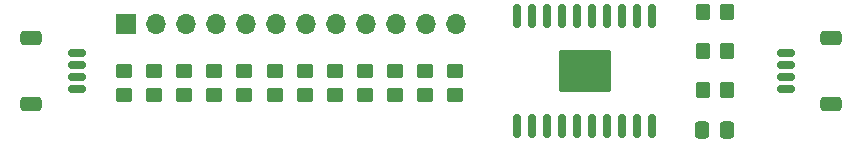
<source format=gbr>
%TF.GenerationSoftware,KiCad,Pcbnew,6.0.4*%
%TF.CreationDate,2022-04-30T16:21:23-07:00*%
%TF.ProjectId,pcb,7063622e-6b69-4636-9164-5f7063625858,rev?*%
%TF.SameCoordinates,Original*%
%TF.FileFunction,Soldermask,Top*%
%TF.FilePolarity,Negative*%
%FSLAX46Y46*%
G04 Gerber Fmt 4.6, Leading zero omitted, Abs format (unit mm)*
G04 Created by KiCad (PCBNEW 6.0.4) date 2022-04-30 16:21:23*
%MOMM*%
%LPD*%
G01*
G04 APERTURE LIST*
G04 Aperture macros list*
%AMRoundRect*
0 Rectangle with rounded corners*
0 $1 Rounding radius*
0 $2 $3 $4 $5 $6 $7 $8 $9 X,Y pos of 4 corners*
0 Add a 4 corners polygon primitive as box body*
4,1,4,$2,$3,$4,$5,$6,$7,$8,$9,$2,$3,0*
0 Add four circle primitives for the rounded corners*
1,1,$1+$1,$2,$3*
1,1,$1+$1,$4,$5*
1,1,$1+$1,$6,$7*
1,1,$1+$1,$8,$9*
0 Add four rect primitives between the rounded corners*
20,1,$1+$1,$2,$3,$4,$5,0*
20,1,$1+$1,$4,$5,$6,$7,0*
20,1,$1+$1,$6,$7,$8,$9,0*
20,1,$1+$1,$8,$9,$2,$3,0*%
G04 Aperture macros list end*
%ADD10R,1.700000X1.700000*%
%ADD11O,1.700000X1.700000*%
%ADD12RoundRect,0.250001X1.984999X-1.529999X1.984999X1.529999X-1.984999X1.529999X-1.984999X-1.529999X0*%
%ADD13RoundRect,0.150000X0.150000X-0.850000X0.150000X0.850000X-0.150000X0.850000X-0.150000X-0.850000X0*%
%ADD14RoundRect,0.250000X-0.350000X-0.450000X0.350000X-0.450000X0.350000X0.450000X-0.350000X0.450000X0*%
%ADD15RoundRect,0.250000X-0.450000X0.350000X-0.450000X-0.350000X0.450000X-0.350000X0.450000X0.350000X0*%
%ADD16RoundRect,0.150000X-0.625000X0.150000X-0.625000X-0.150000X0.625000X-0.150000X0.625000X0.150000X0*%
%ADD17RoundRect,0.250000X-0.650000X0.350000X-0.650000X-0.350000X0.650000X-0.350000X0.650000X0.350000X0*%
%ADD18RoundRect,0.250000X0.337500X0.475000X-0.337500X0.475000X-0.337500X-0.475000X0.337500X-0.475000X0*%
%ADD19RoundRect,0.150000X0.625000X-0.150000X0.625000X0.150000X-0.625000X0.150000X-0.625000X-0.150000X0*%
%ADD20RoundRect,0.250000X0.650000X-0.350000X0.650000X0.350000X-0.650000X0.350000X-0.650000X-0.350000X0*%
G04 APERTURE END LIST*
D10*
%TO.C,J2*%
X133140000Y-105000000D03*
D11*
X135680000Y-105000000D03*
X138220000Y-105000000D03*
X140760000Y-105000000D03*
X143300000Y-105000000D03*
X145840000Y-105000000D03*
X148380000Y-105000000D03*
X150920000Y-105000000D03*
X153460000Y-105000000D03*
X156000000Y-105000000D03*
X158540000Y-105000000D03*
X161080000Y-105000000D03*
%TD*%
D12*
%TO.C,U1*%
X172000000Y-109000000D03*
D13*
X166285000Y-113675000D03*
X167555000Y-113675000D03*
X168825000Y-113675000D03*
X170095000Y-113675000D03*
X171365000Y-113675000D03*
X172635000Y-113675000D03*
X173905000Y-113675000D03*
X175175000Y-113675000D03*
X176445000Y-113675000D03*
X177715000Y-113675000D03*
X177715000Y-104325000D03*
X176445000Y-104325000D03*
X175175000Y-104325000D03*
X173905000Y-104325000D03*
X172635000Y-104325000D03*
X171365000Y-104325000D03*
X170095000Y-104325000D03*
X168825000Y-104325000D03*
X167555000Y-104325000D03*
X166285000Y-104325000D03*
%TD*%
D14*
%TO.C,R14*%
X182000000Y-110646666D03*
X184000000Y-110646666D03*
%TD*%
D15*
%TO.C,R4*%
X143181822Y-109000000D03*
X143181822Y-111000000D03*
%TD*%
D16*
%TO.C,J1*%
X129000000Y-107500000D03*
X129000000Y-108500000D03*
X129000000Y-109500000D03*
X129000000Y-110500000D03*
D17*
X125125000Y-111800000D03*
X125125000Y-106200000D03*
%TD*%
D18*
%TO.C,C0*%
X184000000Y-114000000D03*
X181925000Y-114000000D03*
%TD*%
D15*
%TO.C,R1*%
X135545460Y-109000000D03*
X135545460Y-111000000D03*
%TD*%
%TO.C,R8*%
X153363638Y-109000000D03*
X153363638Y-111000000D03*
%TD*%
D19*
%TO.C,J0*%
X189000000Y-110500000D03*
X189000000Y-109500000D03*
X189000000Y-108500000D03*
X189000000Y-107500000D03*
D20*
X192875000Y-106200000D03*
X192875000Y-111800000D03*
%TD*%
D15*
%TO.C,R9*%
X155909092Y-109000000D03*
X155909092Y-111000000D03*
%TD*%
D14*
%TO.C,R13*%
X182000000Y-107323333D03*
X184000000Y-107323333D03*
%TD*%
%TO.C,R12*%
X182000000Y-104000000D03*
X184000000Y-104000000D03*
%TD*%
D15*
%TO.C,R6*%
X148272730Y-109000000D03*
X148272730Y-111000000D03*
%TD*%
%TO.C,R5*%
X145727276Y-109000000D03*
X145727276Y-111000000D03*
%TD*%
%TO.C,R7*%
X150818184Y-109000000D03*
X150818184Y-111000000D03*
%TD*%
%TO.C,R10*%
X158454546Y-109000000D03*
X158454546Y-111000000D03*
%TD*%
%TO.C,R2*%
X138090914Y-109000000D03*
X138090914Y-111000000D03*
%TD*%
%TO.C,R3*%
X140636368Y-109000000D03*
X140636368Y-111000000D03*
%TD*%
%TO.C,R11*%
X161000000Y-109000000D03*
X161000000Y-111000000D03*
%TD*%
%TO.C,R0*%
X133000000Y-109000000D03*
X133000000Y-111000000D03*
%TD*%
M02*

</source>
